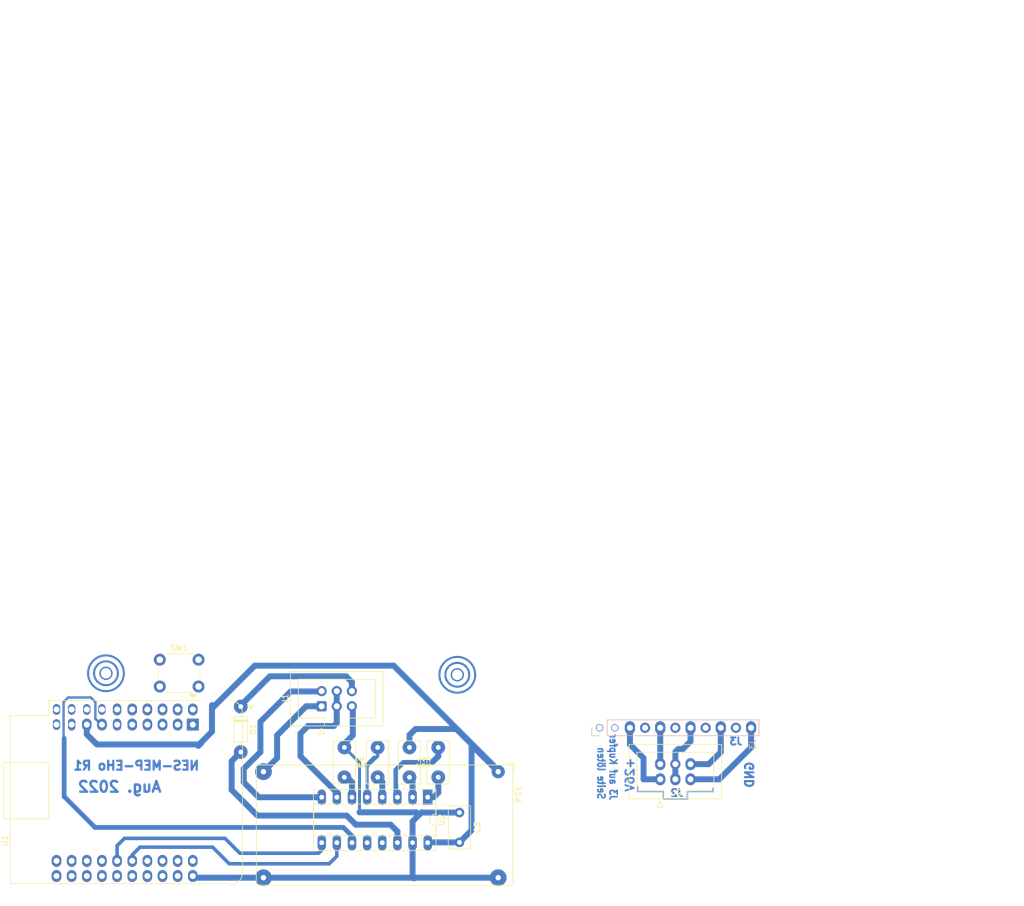
<source format=kicad_pcb>
(kicad_pcb (version 20211014) (generator pcbnew)
  (layers (0 "F.Cu" signal) (31 "B.Cu" signal) (34 "B.Paste" user) (35 "F.Paste" user) (36 "B.SilkS" user "B.Silkscreen") (37 "F.SilkS" user "F.Silkscreen") (38 "B.Mask" user) (39 "F.Mask" user) (44 "Edge.Cuts" user))
  (net 0 "")
  (net 1 "Net-(C1-Pad1)")
  (net 2 "Net-(C1-Pad2)")
  (net 3 "Net-(C2-Pad1)")
  (net 4 "Net-(C2-Pad2)")
  (net 5 "+3V3")
  (net 6 "Net-(C3-Pad2)")
  (net 7 "GND")
  (net 8 "Net-(C4-Pad2)")
  (net 9 "Net-(D1-Pad2)")
  (net 10 "+26V")
  (net 11 "Net-(J1-Pad3)")
  (net 12 "Net-(J2-Pad1)")
  (net 13 "Net-(J2-Pad2)")
  (net 14 "Net-(J2-Pad3)")
  (net 15 "Net-(J2-Pad5)")
  (net 16 "Net-(J2-Pad6)")
  (net 17 "Net-(U1-Pad7)")
  (net 19 "Net-(U1-Pad25)")
  (net 21 "Net-(U1-Pad26)")
  (net 28 "Net-(D1-Pad1)")
  (net 63 "Net-(J1-Pad2)")
  (net 64 "Net-(SW1-Pad1)")
  (footprint "Capacitor_THT:C_Rect_L7.0mm_W3.5mm_P5.00mm" (layer "F.Cu") (at 88.6675 152.4205 -90)
    (fp_text reference "C4" (at 2.5 -3 90) (layer "F.SilkS"))
    (fp_text value "100nF")
    (fp_line (start 6.12 -1.87) (end 6.12 1.87) (layer "F.SilkS") (width 0.12))
    (fp_line (start -1.12 -1.87) (end -1.12 1.87) (layer "F.SilkS") (width 0.12))
    (fp_line (start -1.12 1.87) (end 6.12 1.87) (layer "F.SilkS") (width 0.12))
    (fp_line (start -1.12 -1.87) (end 6.12 -1.87) (layer "F.SilkS") (width 0.12))
    (pad "1" thru_hole circle (at 0 0 270) (size 2.3 2.3) (drill 0.8) (layers *.Cu *.Mask) (net 7 "GND"))
    (pad "2" thru_hole circle (at 5 0 270) (size 2.3 2.3) (drill 0.8) (layers *.Cu *.Mask) (net 8 "Net-(C4-Pad2)"))
  )
  (footprint "Diode_THT:D_DO-35_SOD27_P7.62mm_Horizontal" (layer "F.Cu") (at 71.288 145.5675 -90)
    (fp_text reference "D1" (at 3.81 -2.12 -270) (layer "F.SilkS"))
    (fp_text value "1N4148")
    (fp_text user "K" (at 0 -1.8 -270) (layer "F.SilkS"))
    (fp_line (start 5.93 1.12) (end 5.93 -1.12) (layer "F.SilkS") (width 0.12))
    (fp_line (start 1.04 0) (end 1.69 0) (layer "F.SilkS") (width 0.12))
    (fp_line (start 2.41 -1.12) (end 2.41 1.12) (layer "F.SilkS") (width 0.12))
    (fp_line (start 2.29 -1.12) (end 2.29 1.12) (layer "F.SilkS") (width 0.12))
    (fp_line (start 6.58 0) (end 5.93 0) (layer "F.SilkS") (width 0.12))
    (fp_line (start 2.53 -1.12) (end 2.53 1.12) (layer "F.SilkS") (width 0.12))
    (fp_line (start 1.69 -1.12) (end 1.69 1.12) (layer "F.SilkS") (width 0.12))
    (fp_line (start 1.69 1.12) (end 5.93 1.12) (layer "F.SilkS") (width 0.12))
    (fp_line (start 5.93 -1.12) (end 1.69 -1.12) (layer "F.SilkS") (width 0.12))
    (pad "1" thru_hole circle (at 0 0 270) (size 2.3 2.3) (drill 0.8) (layers *.Cu *.Mask) (net 28 "Net-(D1-Pad1)"))
    (pad "2" thru_hole circle (at 7.62 0 270) (size 2.3 2.3) (drill 0.8) (layers *.Cu *.Mask) (net 9 "Net-(D1-Pad2)"))
  )
  (footprint "ESP32_MC_Module:ESP32_D1_mini" (layer "F.Cu") (at 63.246 146.05 -90)
    (fp_text reference "U1" (at 22 31.49 90) (layer "F.SilkS"))
    (fp_text value "ESP32_D1_Mini Module")
    (fp_line (start 18.33 24.13) (end 18.33 31.75) (layer "F.SilkS") (width 0.12))
    (fp_line (start 8.89 24.13) (end 8.89 31.75) (layer "F.SilkS") (width 0.12))
    (fp_line (start -1.5 24.13) (end 1.04 24.13) (layer "F.SilkS") (width 0.12))
    (fp_line (start 1.04 24.13) (end 1.04 31.03) (layer "F.SilkS") (width 0.12))
    (fp_line (start 8.89 24.13) (end 18.33 24.13) (layer "F.SilkS") (width 0.12))
    (fp_line (start 1.04 30.61) (end 29.21 30.61) (layer "F.SilkS") (width 0.12))
    (fp_line (start -1.5 24.13) (end -1.5 -1.3) (layer "F.SilkS") (width 0.12))
    (fp_line (start 8.89 31.75) (end 18.33 31.75) (layer "F.SilkS") (width 0.12))
    (fp_line (start 27.31 -8.34) (end 0.63 -8.34) (layer "F.SilkS") (width 0.12))
    (fp_line (start 29.21 30.61) (end 29.21 -6.21) (layer "F.SilkS") (width 0.12))
    (fp_arc (start -1.5 -6.21) (mid -0.876137 -7.716137) (end 0.63 -8.34) (layer "F.SilkS") (width 0.12))
    (fp_arc (start 27.31 -8.34) (mid 28.816137 -7.716137) (end 29.44 -6.21) (layer "F.SilkS") (width 0.12))
    (fp_poly (pts (xy -2.54 -0.635) (xy -2.54 0.635) (xy -1.905 0)) (layer "F.SilkS") (width 0.15) (fill solid))
    (pad "1" thru_hole rect (at 2.54 0 270) (size 2 2) (drill 1) (layers *.Cu *.Mask))
    (pad "2" thru_hole oval (at 2.54 2.54 270) (size 2 1.6) (drill 1) (layers *.Cu *.Mask))
    (pad "3" thru_hole oval (at 2.54 5.08 270) (size 2 1.6) (drill 1) (layers *.Cu *.Mask) (net 64 "Net-(SW1-Pad1)"))
    (pad "4" thru_hole oval (at 2.54 7.62 270) (size 2 1.6) (drill 1) (layers *.Cu *.Mask))
    (pad "5" thru_hole oval (at 2.54 10.16 270) (size 2 1.6) (drill 1) (layers *.Cu *.Mask))
    (pad "6" thru_hole oval (at 2.54 12.7 270) (size 2 1.4) (drill 1) (layers *.Cu *.Mask))
    (pad "7" thru_hole oval (at 2.54 15.24 270) (size 2 1.6) (drill 1) (layers *.Cu *.Mask) (net 17 "Net-(U1-Pad7)"))
    (pad "8" thru_hole oval (at 2.54 17.78 270) (size 2 1.6) (drill 1) (layers *.Cu *.Mask) (net 5 "+3V3"))
    (pad "9" thru_hole oval (at 2.54 20.32 270) (size 2 1.2) (drill 1) (layers *.Cu *.Mask))
    (pad "10" thru_hole oval (at 2.54 22.86 270) (size 1.8 1.2) (drill 1) (layers *.Cu *.Mask))
    (pad "11" thru_hole oval (at 0 0 270) (size 2 1.6) (drill 1) (layers *.Cu *.Mask))
    (pad "12" thru_hole oval (at 0 2.54 270) (size 2 1.6) (drill 1) (layers *.Cu *.Mask))
    (pad "13" thru_hole oval (at 0 5.08 270) (size 2 1.6) (drill 1) (layers *.Cu *.Mask))
    (pad "14" thru_hole oval (at 0 7.62 270) (size 2 1.6) (drill 1) (layers *.Cu *.Mask))
    (pad "15" thru_hole oval (at 0 10.16 270) (size 2 1.6) (drill 1) (layers *.Cu *.Mask))
    (pad "16" thru_hole oval (at 0 12.7 270) (size 2 1.4) (drill 1) (layers *.Cu *.Mask))
    (pad "17" thru_hole oval (at 0 15.24 270) (size 1.8 1.2) (drill 1) (layers *.Cu *.Mask))
    (pad "18" thru_hole oval (at 0 17.78 270) (size 1.8 1.2) (drill 1) (layers *.Cu *.Mask))
    (pad "19" thru_hole oval (at 0 20.32 270) (size 1.8 1.2) (drill 1) (layers *.Cu *.Mask))
    (pad "20" thru_hole oval (at 0 22.86 270) (size 1.8 1.2) (drill 1) (layers *.Cu *.Mask))
    (pad "21" thru_hole oval (at 25.4 0 270) (size 2 1.6) (drill 1) (layers *.Cu *.Mask))
    (pad "22" thru_hole oval (at 25.4 2.54 270) (size 2 1.6) (drill 1) (layers *.Cu *.Mask))
    (pad "23" thru_hole oval (at 25.4 5.08 270) (size 2 1.6) (drill 1) (layers *.Cu *.Mask))
    (pad "24" thru_hole oval (at 25.4 7.62 270) (size 2 1.6) (drill 1) (layers *.Cu *.Mask))
    (pad "25" thru_hole oval (at 25.4 10.16 270) (size 2 1.6) (drill 1) (layers *.Cu *.Mask) (net 19 "Net-(U1-Pad25)"))
    (pad "26" thru_hole oval (at 25.4 12.7 270) (size 2 1.6) (drill 1) (layers *.Cu *.Mask) (net 21 "Net-(U1-Pad26)"))
    (pad "27" thru_hole oval (at 25.4 15.24 270) (size 2 1.6) (drill 1) (layers *.Cu *.Mask))
    (pad "28" thru_hole oval (at 25.4 17.78 270) (size 2 1.6) (drill 1) (layers *.Cu *.Mask))
    (pad "29" thru_hole oval (at 25.4 20.32 270) (size 2 1.6) (drill 1) (layers *.Cu *.Mask))
    (pad "30" thru_hole oval (at 25.4 22.86 270) (size 2 1.6) (drill 1) (layers *.Cu *.Mask))
    (pad "31" thru_hole oval (at 27.94 0 270) (size 2 1.6) (drill 1) (layers *.Cu *.Mask) (net 7 "GND"))
    (pad "32" thru_hole oval (at 27.94 2.54 270) (size 2 1.6) (drill 1) (layers *.Cu *.Mask))
    (pad "33" thru_hole oval (at 27.94 5.08 270) (size 2 1.6) (drill 1) (layers *.Cu *.Mask))
    (pad "34" thru_hole oval (at 27.94 7.62 270) (size 2 1.6) (drill 1) (layers *.Cu *.Mask))
    (pad "35" thru_hole oval (at 27.94 10.16 270) (size 2 1.6) (drill 1) (layers *.Cu *.Mask))
    (pad "36" thru_hole oval (at 27.94 12.7 270) (size 2 1.6) (drill 1) (layers *.Cu *.Mask))
    (pad "37" thru_hole oval (at 27.94 15.24 270) (size 2 1.6) (drill 1) (layers *.Cu *.Mask))
    (pad "38" thru_hole oval (at 27.94 17.78 270) (size 2 1.6) (drill 1) (layers *.Cu *.Mask))
    (pad "39" thru_hole oval (at 27.94 20.32 270) (size 2 1.6) (drill 1) (layers *.Cu *.Mask))
    (pad "40" thru_hole oval (at 27.94 22.86 270) (size 2 1.6) (drill 1) (layers *.Cu *.Mask))
  )
  (footprint "Capacitor_THT:C_Rect_L7.0mm_W3.5mm_P5.00mm" (layer "F.Cu") (at 94.2555 157.4205 90)
    (fp_text reference "C2" (at 2.5 -3 90) (layer "F.SilkS"))
    (fp_text value "100nF")
    (fp_line (start -1.12 1.87) (end 6.12 1.87) (layer "F.SilkS") (width 0.12))
    (fp_line (start 6.12 -1.87) (end 6.12 1.87) (layer "F.SilkS") (width 0.12))
    (fp_line (start -1.12 -1.87) (end 6.12 -1.87) (layer "F.SilkS") (width 0.12))
    (fp_line (start -1.12 -1.87) (end -1.12 1.87) (layer "F.SilkS") (width 0.12))
    (pad "1" thru_hole circle (at 0 0 90) (size 2.3 2.3) (drill 0.8) (layers *.Cu *.Mask) (net 3 "Net-(C2-Pad1)"))
    (pad "2" thru_hole circle (at 5 0 90) (size 2.3 2.3) (drill 0.8) (layers *.Cu *.Mask) (net 4 "Net-(C2-Pad2)"))
  )
  (footprint "Connector_IDC:IDC-Header_2x03_P2.54mm_Vertical" (layer "F.Cu") (at 141.646 157.7595 90)
    (fp_text reference "J2" (at -2.286 2.794 180) (layer "F.SilkS"))
    (fp_text value "Conn_02x03")
    (fp_line (start -3.29 10.29) (end -3.29 -5.21) (layer "F.SilkS") (width 0.12))
    (fp_line (start -4.68 0.5) (end -3.68 0) (layer "F.SilkS") (width 0.12))
    (fp_line (start -1.98 4.59) (end -3.29 4.59) (layer "F.SilkS") (width 0.12))
    (fp_line (start 5.83 -5.21) (end 5.83 10.29) (layer "F.SilkS") (width 0.12))
    (fp_line (start -4.68 -0.5) (end -4.68 0.5) (layer "F.SilkS") (width 0.12))
    (fp_line (start 5.83 10.29) (end -3.29 10.29) (layer "F.SilkS") (width 0.12))
    (fp_line (start -3.29 -5.21) (end 5.83 -5.21) (layer "F.SilkS") (width 0.12))
    (fp_line (start -1.98 4.59) (end -1.98 4.59) (layer "F.SilkS") (width 0.12))
    (fp_line (start -3.29 0.49) (end -1.98 0.49) (layer "F.SilkS") (width 0.12))
    (fp_line (start 4.52 -3.91) (end 4.52 8.99) (layer "F.SilkS") (width 0.12))
    (fp_line (start -1.98 8.99) (end -1.98 4.59) (layer "F.SilkS") (width 0.12))
    (fp_line (start 4.52 8.99) (end -1.98 8.99) (layer "F.SilkS") (width 0.12))
    (fp_line (start -1.98 -3.91) (end 4.52 -3.91) (layer "F.SilkS") (width 0.12))
    (fp_line (start -1.98 0.49) (end -1.98 -3.91) (layer "F.SilkS") (width 0.12))
    (fp_line (start -3.68 0) (end -4.68 -0.5) (layer "F.SilkS") (width 0.12))
    (pad "1" thru_hole oval (at 0 0 90) (size 2 1.7) (drill 1) (layers *.Cu *.Mask) (net 12 "Net-(J2-Pad1)"))
    (pad "2" thru_hole oval (at 2.54 0 90) (size 2 1.7) (drill 1) (layers *.Cu *.Mask) (net 13 "Net-(J2-Pad2)"))
    (pad "3" thru_hole oval (at 0 2.54 90) (size 2 1.7) (drill 1) (layers *.Cu *.Mask) (net 14 "Net-(J2-Pad3)"))
    (pad "4" thru_hole circle (at 2.54 2.54 90) (size 1.7 1.7) (drill 1) (layers *.Cu *.Mask) (net 14 "Net-(J2-Pad3)"))
    (pad "5" thru_hole oval (at 0 5.08 90) (size 2 1.7) (drill 1) (layers *.Cu *.Mask) (net 15 "Net-(J2-Pad5)"))
    (pad "6" thru_hole oval (at 2.54 5.08 90) (size 2 1.7) (drill 1) (layers *.Cu *.Mask) (net 16 "Net-(J2-Pad6)"))
  )
  (footprint "Connector_IDC:IDC-Header_2x03_P2.54mm_Vertical" (layer "F.Cu") (at 84.8525 145.513 90)
    (fp_text reference "J1" (at 1.27 -6.1 90) (layer "F.SilkS"))
    (fp_text value "Conn_02x03")
    (fp_line (start 4.52 -3.91) (end 4.52 8.99) (layer "F.SilkS") (width 0.12))
    (fp_line (start -3.29 0.49) (end -1.98 0.49) (layer "F.SilkS") (width 0.12))
    (fp_line (start -3.29 10.29) (end -3.29 -5.21) (layer "F.SilkS") (width 0.12))
    (fp_line (start 5.83 -5.21) (end 5.83 10.29) (layer "F.SilkS") (width 0.12))
    (fp_line (start -1.98 4.59) (end -3.29 4.59) (layer "F.SilkS") (width 0.12))
    (fp_line (start -1.98 0.49) (end -1.98 -3.91) (layer "F.SilkS") (width 0.12))
    (fp_line (start -4.68 0.5) (end -3.68 0) (layer "F.SilkS") (width 0.12))
    (fp_line (start 5.83 10.29) (end -3.29 10.29) (layer "F.SilkS") (width 0.12))
    (fp_line (start -4.68 -0.5) (end -4.68 0.5) (layer "F.SilkS") (width 0.12))
    (fp_line (start -3.29 -5.21) (end 5.83 -5.21) (layer "F.SilkS") (width 0.12))
    (fp_line (start -1.98 -3.91) (end 4.52 -3.91) (layer "F.SilkS") (width 0.12))
    (fp_line (start -3.68 0) (end -4.68 -0.5) (layer "F.SilkS") (width 0.12))
    (fp_line (start -1.98 8.99) (end -1.98 4.59) (layer "F.SilkS") (width 0.12))
    (fp_line (start 4.52 8.99) (end -1.98 8.99) (layer "F.SilkS") (width 0.12))
    (fp_line (start -1.98 4.59) (end -1.98 4.59) (layer "F.SilkS") (width 0.12))
    (pad "1" thru_hole roundrect (at 0 0 90) (size 1.7 1.7) (drill 1) (layers *.Cu *.Mask) (roundrect_rratio 0.147059) (net 10 "+26V"))
    (pad "2" thru_hole circle (at 2.54 0 90) (size 1.7 1.7) (drill 1) (layers *.Cu *.Mask) (net 63 "Net-(J1-Pad2)"))
    (pad "3" thru_hole circle (at 0 2.54 90) (size 1.7 1.7) (drill 1) (layers *.Cu *.Mask) (net 11 "Net-(J1-Pad3)"))
    (pad "4" thru_hole circle (at 2.54 2.54 90) (size 1.7 1.7) (drill 1) (layers *.Cu *.Mask) (net 11 "Net-(J1-Pad3)"))
    (pad "5" thru_hole circle (at 0 5.08 90) (size 1.7 1.7) (drill 1) (layers *.Cu *.Mask) (net 7 "GND"))
    (pad "6" thru_hole circle (at 2.54 5.08 90) (size 1.7 1.7) (drill 1) (layers *.Cu *.Mask) (net 28 "Net-(D1-Pad1)"))
  )
  (footprint "Capacitor_THT:C_Rect_L7.0mm_W3.5mm_P5.00mm" (layer "F.Cu") (at 104.4155 157.4205 90)
    (fp_text reference "C1" (at 2.5 -3 90) (layer "F.SilkS"))
    (fp_text value "100nF")
    (fp_line (start -1.12 -1.87) (end -1.12 1.87) (layer "F.SilkS") (width 0.12))
    (fp_line (start -1.12 -1.87) (end 6.12 -1.87) (layer "F.SilkS") (width 0.12))
    (fp_line (start 6.12 -1.87) (end 6.12 1.87) (layer "F.SilkS") (width 0.12))
    (fp_line (start -1.12 1.87) (end 6.12 1.87) (layer "F.SilkS") (width 0.12))
    (pad "1" thru_hole circle (at 0 0 90) (size 2.3 2.3) (drill 0.8) (layers *.Cu *.Mask) (net 1 "Net-(C1-Pad1)"))
    (pad "2" thru_hole circle (at 5 0 90) (size 2.3 2.3) (drill 0.8) (layers *.Cu *.Mask) (net 2 "Net-(C1-Pad2)"))
  )
  (footprint "Package_DIP:DIP-16_W7.62mm_Socket" (layer "F.Cu") (at 102.6475 160.7725 -90)
    (fp_text reference "U2" (at 3.81 -2.33 90) (layer "F.SilkS"))
    (fp_text value "MAX3232")
    (fp_line (start 1.16 19.11) (end 6.46 19.11) (layer "F.SilkS") (width 0.12))
    (fp_line (start -1.33 19.17) (end 8.95 19.17) (layer "F.SilkS") (width 0.12))
    (fp_line (start 6.46 -1.33) (end 4.81 -1.33) (layer "F.SilkS") (width 0.12))
    (fp_line (start 2.81 -1.33) (end 1.16 -1.33) (layer "F.SilkS") (width 0.12))
    (fp_line (start 8.95 -1.39) (end -1.33 -1.39) (layer "F.SilkS") (width 0.12))
    (fp_line (start 1.16 -1.33) (end 1.16 19.11) (layer "F.SilkS") (width 0.12))
    (fp_line (start 6.46 19.11) (end 6.46 -1.33) (layer "F.SilkS") (width 0.12))
    (fp_line (start 8.95 19.17) (end 8.95 -1.39) (layer "F.SilkS") (width 0.12))
    (fp_line (start -1.33 -1.39) (end -1.33 19.17) (layer "F.SilkS") (width 0.12))
    (fp_arc (start 4.81 -1.33) (mid 3.81 -0.33) (end 2.81 -1.33) (layer "F.SilkS") (width 0.12))
    (pad "1" thru_hole rect (at 0 0 270) (size 2.6 1.6) (drill 0.8) (layers *.Cu *.Mask) (net 1 "Net-(C1-Pad1)"))
    (pad "2" thru_hole oval (at 0 2.54 270) (size 2.6 1.4) (drill 0.8) (layers *.Cu *.Mask) (net 6 "Net-(C3-Pad2)"))
    (pad "3" thru_hole oval (at 0 5.08 270) (size 2.6 1.4) (drill 0.8) (layers *.Cu *.Mask) (net 2 "Net-(C1-Pad2)"))
    (pad "4" thru_hole oval (at 0 7.62 270) (size 2.6 1.4) (drill 0.8) (layers *.Cu *.Mask) (net 3 "Net-(C2-Pad1)"))
    (pad "5" thru_hole oval (at 0 10.16 270) (size 2.6 1.4) (drill 0.8) (layers *.Cu *.Mask) (net 4 "Net-(C2-Pad2)"))
    (pad "6" thru_hole oval (at 0 12.7 270) (size 2.6 1.4) (drill 0.8) (layers *.Cu *.Mask) (net 8 "Net-(C4-Pad2)"))
    (pad "7" thru_hole oval (at 0 15.24 270) (size 2.6 1.4) (drill 0.8) (layers *.Cu *.Mask) (net 11 "Net-(J1-Pad3)"))
    (pad "8" thru_hole oval (at 0 17.78 270) (size 2.6 1.4) (drill 0.8) (layers *.Cu *.Mask) (net 63 "Net-(J1-Pad2)"))
    (pad "9" thru_hole oval (at 7.62 17.78 270) (size 2.6 1.4) (drill 0.8) (layers *.Cu *.Mask) (net 21 "Net-(U1-Pad26)"))
    (pad "10" thru_hole oval (at 7.62 15.24 270) (size 2.6 1.4) (drill 0.8) (layers *.Cu *.Mask) (net 19 "Net-(U1-Pad25)"))
    (pad "11" thru_hole oval (at 7.62 12.7 270) (size 2.6 1.4) (drill 0.8) (layers *.Cu *.Mask) (net 17 "Net-(U1-Pad7)"))
    (pad "12" thru_hole oval (at 7.62 10.16 270) (size 2.6 1.4) (drill 0.8) (layers *.Cu *.Mask))
    (pad "13" thru_hole oval (at 7.62 7.62 270) (size 2.6 1.4) (drill 0.8) (layers *.Cu *.Mask))
    (pad "14" thru_hole oval (at 7.62 5.08 270) (size 2.6 1.4) (drill 0.8) (layers *.Cu *.Mask) (net 9 "Net-(D1-Pad2)"))
    (pad "15" thru_hole oval (at 7.62 2.54 270) (size 2.6 1.4) (drill 0.8) (layers *.Cu *.Mask) (net 7 "GND"))
    (pad "16" thru_hole oval (at 7.62 0 270) (size 2.6 1.4) (drill 0.8) (layers *.Cu *.Mask) (net 5 "+3V3"))
  )
  (footprint "Capacitor_THT:C_Rect_L7.0mm_W3.5mm_P5.00mm" (layer "F.Cu") (at 99.5895 152.4205 -90)
    (fp_text reference "C3" (at 2.5 -3 90) (layer "F.SilkS"))
    (fp_text value "100nF")
    (fp_line (start -1.12 -1.87) (end -1.12 1.87) (layer "F.SilkS") (width 0.12))
    (fp_line (start -1.12 1.87) (end 6.12 1.87) (layer "F.SilkS") (width 0.12))
    (fp_line (start 6.12 -1.87) (end 6.12 1.87) (layer "F.SilkS") (width 0.12))
    (fp_line (start -1.12 -1.87) (end 6.12 -1.87) (layer "F.SilkS") (width 0.12))
    (pad "1" thru_hole circle (at 0 0 270) (size 2.3 2.3) (drill 0.8) (layers *.Cu *.Mask) (net 5 "+3V3"))
    (pad "2" thru_hole circle (at 5 0 270) (size 2.3 2.3) (drill 0.8) (layers *.Cu *.Mask) (net 6 "Net-(C3-Pad2)"))
  )
  (footprint "Button_Switch_THT:SW_PUSH_6mm" (layer "F.Cu") (at 57.71 137.704)
    (fp_text reference "SW1" (at 3.25 -2) (layer "F.SilkS"))
    (fp_text value "AP-Button")
    (fp_line (start 5.5 -1) (end 1 -1) (layer "F.SilkS") (width 0.12))
    (fp_line (start 6.75 3) (end 6.75 1.5) (layer "F.SilkS") (width 0.12))
    (fp_line (start -0.25 1.5) (end -0.25 3) (layer "F.SilkS") (width 0.12))
    (fp_line (start 1 5.5) (end 5.5 5.5) (layer "F.SilkS") (width 0.12))
    (pad "1" thru_hole circle (at 0 0 90) (size 2 2) (drill 1.1) (layers *.Cu *.Mask) (net 64 "Net-(SW1-Pad1)"))
    (pad "1" thru_hole circle (at 6.5 0 90) (size 2 2) (drill 1.1) (layers *.Cu *.Mask) (net 64 "Net-(SW1-Pad1)"))
    (pad "2" thru_hole circle (at 0 4.5 90) (size 2 2) (drill 1.1) (layers *.Cu *.Mask) (net 7 "GND"))
    (pad "2" thru_hole circle (at 6.5 4.5 90) (size 2 2) (drill 1.1) (layers *.Cu *.Mask) (net 7 "GND"))
  )
  (footprint "ESP32_MC_Module:DCDC-StepDown-LM2596-THT" (layer "F.Cu") (at 114.468 156.4895 -90)
    (fp_text reference "PS1" (at 3.81 -3.49 90) (layer "F.SilkS"))
    (fp_text value "StepDownModule-LM2596")
    (fp_line (start -1.13 -2.4) (end -1.13 40.64) (layer "F.SilkS") (width 0.12))
    (fp_line (start 19.05 -2.47) (end 19.05 40.57) (layer "F.SilkS") (width 0.12))
    (fp_line (start -1.43 -2.7) (end -1.43 -1.45) (layer "F.SilkS") (width 0.12))
    (fp_line (start -1.2 40.57) (end 19.05 40.57) (layer "F.SilkS") (width 0.12))
    (fp_line (start -0.18 -2.7) (end -1.43 -2.7) (layer "F.SilkS") (width 0.12))
    (fp_line (start -1.2 -2.47) (end 19.05 -2.47) (layer "F.SilkS") (width 0.12))
    (pad "1" thru_hole circle (at 0 0 270) (size 2.2 2.2) (drill 0.9) (layers *.Cu *.Mask) (net 5 "+3V3"))
    (pad "2" thru_hole circle (at 17.78 0 270) (size 2.8 2.8) (drill 0.9) (layers *.Cu *.Mask) (net 7 "GND"))
    (pad "3" thru_hole circle (at 0 39.37 270) (size 2.8 2.8) (drill 0.9) (layers *.Cu *.Mask) (net 10 "+26V"))
    (pad "4" thru_hole circle (at 17.78 39.37 270) (size 2.8 2.8) (drill 0.9) (layers *.Cu *.Mask) (net 7 "GND"))
  )
  (footprint "Capacitor_THT:C_Rect_L7.0mm_W3.5mm_P5.00mm" (layer "F.Cu") (at 107.9715 163.3425 -90)
    (fp_text reference "C5" (at 2.5 -3 90) (layer "F.SilkS"))
    (fp_text value "100nF")
    (fp_line (start -1.12 -1.87) (end -1.12 1.87) (layer "F.SilkS") (width 0.12))
    (fp_line (start 6.12 -1.87) (end 6.12 1.87) (layer "F.SilkS") (width 0.12))
    (fp_line (start -1.12 1.87) (end 6.12 1.87) (layer "F.SilkS") (width 0.12))
    (fp_line (start -1.12 -1.87) (end 6.12 -1.87) (layer "F.SilkS") (width 0.12))
    (pad "1" thru_hole circle (at 0 0 270) (size 1.6 1.6) (drill 0.8) (layers *.Cu *.Mask) (net 7 "GND"))
    (pad "2" thru_hole circle (at 5 0 270) (size 1.6 1.6) (drill 0.8) (layers *.Cu *.Mask) (net 5 "+3V3"))
  )
  (footprint "Connector_PinSocket_2.54mm:PinSocket_1x11_P2.54mm_Vertical" (layer "B.Cu") (at 131.486 149.1235 -90)
    (fp_text reference "J3" (at 2.794 -25.654 90) (layer "B.SilkS") (effects (justify mirror)))
    (fp_text value "Conn_01x11_Male")
    (fp_line (start 1.33 -1.27) (end 1.33 -26.73) (layer "B.SilkS") (width 0.12))
    (fp_line (start 0 1.33) (end 1.33 1.33) (layer "B.SilkS") (width 0.12))
    (fp_line (start 1.33 1.33) (end 1.33 0) (layer "B.SilkS") (width 0.12))
    (fp_line (start -1.33 -26.73) (end 1.33 -26.73) (layer "B.SilkS") (width 0.12))
    (fp_line (start -1.33 -1.27) (end 1.33 -1.27) (layer "B.SilkS") (width 0.12))
    (fp_line (start -1.33 -1.27) (end -1.33 -26.73) (layer "B.SilkS") (width 0.12))
    (pad "1" thru_hole oval (at 0 0 270) (size 1.2 1.2) (drill oval 1) (layers *.Cu *.Mask))
    (pad "2" thru_hole oval (at 0 -2.54 270) (size 1.2 1.2) (drill 1) (layers *.Cu *.Mask))
    (pad "3" thru_hole oval (at 0 -5.08 270) (size 2.2 1.7) (drill oval 1) (layers *.Cu *.Mask) (net 12 "Net-(J2-Pad1)"))
    (pad "4" thru_hole oval (at 0 -7.62 270) (size 1.7 1.7) (drill 1) (layers *.Cu *.Mask))
    (pad "5" thru_hole oval (at 0 -10.16 270) (size 2.2 1.7) (drill oval 1) (layers *.Cu *.Mask) (net 13 "Net-(J2-Pad2)"))
    (pad "6" thru_hole oval (at 0 -12.7 270) (size 1.7 1.7) (drill 1) (layers *.Cu *.Mask))
    (pad "7" thru_hole oval (at 0 -15.24 270) (size 2.2 1.7) (drill oval 1) (layers *.Cu *.Mask) (net 14 "Net-(J2-Pad3)"))
    (pad "8" thru_hole oval (at 0 -17.78 270) (size 1.7 1.7) (drill 1) (layers *.Cu *.Mask))
    (pad "9" thru_hole oval (at 0 -20.32 270) (size 2.2 1.7) (drill oval 1) (layers *.Cu *.Mask) (net 16 "Net-(J2-Pad6)"))
    (pad "10" thru_hole oval (at 0 -22.86 270) (size 1.7 1.7) (drill 1) (layers *.Cu *.Mask))
    (pad "11" thru_hole oval (at 0 -25.4 270) (size 2.2 1.7) (drill oval 1) (layers *.Cu *.Mask) (net 15 "Net-(J2-Pad5)"))
  )
  (gr_circle (center 107.61 140.2335) (end 110.61 140.2335) (layer "B.Cu") (width 0.35) (fill none))
  (gr_circle (center 48.682 139.9795) (end 49.682 139.9795) (layer "B.Cu") (width 0.25) (fill none))
  (gr_circle (center 48.682 139.9795) (end 51.682 139.9795) (layer "B.Cu") (width 0.35) (fill none))
  (gr_circle (center 48.682 139.9795) (end 50.682 139.9795) (layer "B.Cu") (width 0.35) (fill none))
  (gr_circle (center 107.61 140.2335) (end 108.61 140.2335) (layer "B.Cu") (width 0.25) (fill none))
  (gr_circle (center 107.61 140.2335) (end 109.61 140.2335) (layer "B.Cu") (width 0.35) (fill none))
  (gr_text "NES-MEP-EHo R1" (at 53.762 155.4735) (layer "B.Cu") (effects (font (size 1.5 1.5) (thickness 0.375)) (justify mirror)))
  (gr_text "J3" (at 154.346 151.4095) (layer "B.Cu") (effects (font (size 1.2 1.2) (thickness 0.3)) (justify mirror)))
  (gr_text "+26V" (at 136.566 156.9975 90) (layer "B.Cu") (effects (font (size 1.4 1.4) (thickness 0.3)) (justify mirror)))
  (gr_text "Aug. 2022" (at 50.968 159.0295) (layer "B.Cu") (effects (font (size 1.8 1.8) (thickness 0.4)) (justify mirror)))
  (gr_text "GND\n" (at 156.632 156.9975 90) (layer "B.Cu") (effects (font (size 1.4 1.4) (thickness 0.35)) (justify mirror)))
  (gr_text "J2" (at 144.44 160.0455) (layer "B.Cu") (effects (font (size 1.2 1.2) (thickness 0.3)) (justify mirror)))
  (gr_text "Seite löten" (at 131.74 156.7435 270) (layer "B.Cu") (effects (font (size 1.2 1.05) (thickness 0.2625)) (justify mirror)))
  (gr_text "J3 auf Kupfer" (at 133.772 155.7275 270) (layer "B.Cu") (effects (font (size 1.2 1.05) (thickness 0.2625)) (justify mirror)))
  (segment (start 150.536 159.2835) (end 150.536 159.7915) (width 0.25) (layer "B.Cu") (net 0))
  (segment (start 150.536 159.7915) (end 146.218 159.7915) (width 0.25) (layer "B.Cu") (net 0))
  (segment (start 146.218 159.7915) (end 146.218 161.0615) (width 0.25) (layer "B.Cu") (net 0))
  (segment (start 146.218 161.0615) (end 142.154 161.0615) (width 0.25) (layer "B.Cu") (net 0))
  (segment (start 137.836 159.7915) (end 137.836 159.0295) (width 0.25) (layer "B.Cu") (net 0))
  (segment (start 142.154 159.7915) (end 137.836 159.7915) (width 0.25) (layer "B.Cu") (net 0))
  (segment (start 142.154 161.0615) (end 142.154 159.7915) (width 0.25) (layer "B.Cu") (net 0))
  (segment (start 102.6475 160.7725) (end 103.6435 160.7725) (width 1) (layer "B.Cu") (net 1))
  (segment (start 104.4155 160.0005) (end 104.4155 157.4205) (width 1) (layer "B.Cu") (net 1))
  (segment (start 103.6435 160.7725) (end 104.4155 160.0005) (width 1) (layer "B.Cu") (net 1))
  (segment (start 97.5575 160.7625) (end 97.5675 160.7725) (width 0.5) (layer "B.Cu") (net 2))
  (segment (start 97.3035 160.5085) (end 97.5575 160.7625) (width 0.8) (layer "B.Cu") (net 2))
  (segment (start 103.3995 154.9205) (end 98.5735 154.9205) (width 0.8) (layer "B.Cu") (net 2))
  (segment (start 97.3035 156.1905) (end 97.3035 160.5085) (width 0.8) (layer "B.Cu") (net 2))
  (segment (start 104.4155 152.4205) (end 104.4155 153.9045) (width 1) (layer "B.Cu") (net 2))
  (segment (start 104.4155 153.9045) (end 103.3995 154.9205) (width 1) (layer "B.Cu") (net 2))
  (segment (start 98.5735 154.9205) (end 97.3035 156.1905) (width 0.8) (layer "B.Cu") (net 2))
  (segment (start 95.0275 158.1925) (end 94.2555 157.4205) (width 1) (layer "B.Cu") (net 3))
  (segment (start 94.2555 157.4205) (end 94.4695 157.4205) (width 1) (layer "B.Cu") (net 3))
  (segment (start 95.0275 160.7725) (end 95.0275 158.1925) (width 1) (layer "B.Cu") (net 3))
  (segment (start 94.2555 153.9045) (end 94.2555 152.4205) (width 0.5) (layer "B.Cu") (net 4))
  (segment (start 94.0015 154.1585) (end 94.2555 153.9045) (width 0.5) (layer "B.Cu") (net 4))
  (segment (start 92.4875 155.4185) (end 93.7475 154.1585) (width 0.8) (layer "B.Cu") (net 4))
  (segment (start 93.7475 154.1585) (end 94.0015 154.1585) (width 0.5) (layer "B.Cu") (net 4))
  (segment (start 92.4875 160.7725) (end 92.4875 155.4185) (width 0.5) (layer "B.Cu") (net 4))
  (segment (start 110.0035 151.8725) (end 107.4635 149.3325) (width 1) (layer "B.Cu") (net 5))
  (segment (start 102.6975 168.3425) (end 102.6475 168.3925) (width 1) (layer "B.Cu") (net 5))
  (segment (start 64.176 152.1715) (end 64.176 152.0465) (width 1) (layer "B.Cu") (net 5))
  (segment (start 107.4635 149.3325) (end 100.6055 149.3325) (width 1) (layer "B.Cu") (net 5))
  (segment (start 107.9715 168.3425) (end 110.0035 166.3105) (width 1) (layer "B.Cu") (net 5))
  (segment (start 64.176 152.0465) (end 66.462 149.7605) (width 1) (layer "B.Cu") (net 5))
  (segment (start 114.468 156.2355) (end 114.468 156.4895) (width 1) (layer "B.Cu") (net 5))
  (segment (start 45.466 148.59) (end 45.466 150.2255) (width 1) (layer "B.Cu") (net 5))
  (segment (start 110.0035 152.572) (end 110.0035 151.8725) (width 1) (layer "B.Cu") (net 5))
  (segment (start 110.0035 166.3105) (end 110.0035 152.572) (width 1) (layer "B.Cu") (net 5))
  (segment (start 102.6375 168.4025) (end 102.6475 168.3925) (width 1) (layer "B.Cu") (net 5))
  (segment (start 64.43 151.9175) (end 64.684 151.6635) (width 1) (layer "B.Cu") (net 5))
  (segment (start 66.716 145.63) (end 73.6365 138.7095) (width 1) (layer "B.Cu") (net 5))
  (segment (start 47.1775 151.9175) (end 64.43 151.9175) (width 1) (layer "B.Cu") (net 5))
  (segment (start 46.904 151.6635) (end 46.9235 151.6635) (width 1) (layer "B.Cu") (net 5))
  (segment (start 45.466 150.2255) (end 46.904 151.6635) (width 1) (layer "B.Cu") (net 5))
  (segment (start 66.462 149.7605) (end 66.462 145.3135) (width 1) (layer "B.Cu") (net 5))
  (segment (start 96.942 138.7095) (end 114.468 156.2355) (width 1) (layer "B.Cu") (net 5))
  (segment (start 73.6365 138.7095) (end 96.942 138.7095) (width 1) (layer "B.Cu") (net 5))
  (segment (start 107.9715 168.3425) (end 102.6975 168.3425) (width 1) (layer "B.Cu") (net 5))
  (segment (start 100.6055 149.3325) (end 99.5895 150.3485) (width 1) (layer "B.Cu") (net 5))
  (segment (start 46.9235 151.6635) (end 47.1775 151.9175) (width 1) (layer "B.Cu") (net 5))
  (segment (start 99.5895 150.3485) (end 99.5895 152.4205) (width 1) (layer "B.Cu") (net 5))
  (segment (start 110.5505 152.572) (end 110.0035 152.572) (width 1) (layer "B.Cu") (net 5))
  (segment (start 114.468 156.4895) (end 110.5505 152.572) (width 1) (layer "B.Cu") (net 5))
  (segment (start 100.1075 160.7725) (end 100.1075 157.9385) (width 1) (layer "B.Cu") (net 6))
  (segment (start 100.1075 157.9385) (end 99.5895 157.4205) (width 1) (layer "B.Cu") (net 6))
  (segment (start 107.9715 163.3425) (end 101.6615 163.3425) (width 1) (layer "B.Cu") (net 7))
  (segment (start 75.098 174.2695) (end 63.5255 174.2695) (width 1) (layer "B.Cu") (net 7))
  (segment (start 88.6675 152.4205) (end 91.2075 154.9605) (width 0.5) (layer "B.Cu") (net 7))
  (segment (start 88.6675 151.81) (end 90.084 150.3935) (width 1) (layer "B.Cu") (net 7))
  (segment (start 101.6215 163.3025) (end 101.16425 163.75975) (width 1) (layer "B.Cu") (net 7))
  (segment (start 101.6615 163.3425) (end 101.6215 163.3025) (width 1) (layer "B.Cu") (net 7))
  (segment (start 91.2075 154.9605) (end 91.2075 163.3025) (width 0.5) (layer "B.Cu") (net 7))
  (segment (start 100.1075 164.8165) (end 100.1075 168.3925) (width 1) (layer "B.Cu") (net 7))
  (segment (start 100.1075 168.3925) (end 100.1075 174.133) (width 1) (layer "B.Cu") (net 7))
  (segment (start 101.16425 163.75975) (end 100.1075 164.8165) (width 1) (layer "B.Cu") (net 7))
  (segment (start 63.5255 174.2695) (end 63.246 173.99) (width 1) (layer "B.Cu") (net 7))
  (segment (start 100.707 163.3025) (end 101.16425 163.75975) (width 1) (layer "B.Cu") (net 7))
  (segment (start 100.1075 174.133) (end 100.244 174.2695) (width 1) (layer "B.Cu") (net 7))
  (segment (start 100.244 174.2695) (end 100.3515 174.377) (width 1) (layer "B.Cu") (net 7))
  (segment (start 99.736 174.2695) (end 114.468 174.2695) (width 1) (layer "B.Cu") (net 7))
  (segment (start 91.2075 163.3025) (end 100.707 163.3025) (width 1) (layer "B.Cu") (net 7))
  (segment (start 88.6675 152.4205) (end 88.6675 151.81) (width 1) (layer "B.Cu") (net 7))
  (segment (start 90.084 145.6645) (end 89.9325 145.513) (width 1) (layer "B.Cu") (net 7))
  (segment (start 90.084 150.3935) (end 90.084 145.6645) (width 1) (layer "B.Cu") (net 7))
  (segment (start 75.098 174.2695) (end 100.244 174.2695) (width 1) (layer "B.Cu") (net 7))
  (segment (start 89.1355 157.4205) (end 89.9475 158.2325) (width 1) (layer "B.Cu") (net 8))
  (segment (start 88.6675 157.4205) (end 89.1355 157.4205) (width 1) (layer "B.Cu") (net 8))
  (segment (start 89.9475 158.2325) (end 89.9475 160.7725) (width 1) (layer "B.Cu") (net 8))
  (segment (start 96.434 165.3795) (end 90.592 165.3795) (width 1) (layer "B.Cu") (net 9))
  (segment (start 69.764 154.7115) (end 71.288 153.1875) (width 1) (layer "B.Cu") (net 9))
  (segment (start 97.5575 168.4025) (end 97.5675 168.3925) (width 1) (layer "B.Cu") (net 9))
  (segment (start 69.764 159.5375) (end 69.764 154.7115) (width 1) (layer "B.Cu") (net 9))
  (segment (start 97.5675 166.513) (end 96.434 165.3795) (width 1) (layer "B.Cu") (net 9))
  (segment (start 89.068 163.8555) (end 74.082 163.8555) (width 1) (layer "B.Cu") (net 9))
  (segment (start 74.082 163.8555) (end 69.764 159.5375) (width 1) (layer "B.Cu") (net 9))
  (segment (start 97.5675 168.3925) (end 97.5675 166.513) (width 1) (layer "B.Cu") (net 9))
  (segment (start 90.592 165.3795) (end 89.068 163.8555) (width 1) (layer "B.Cu") (net 9))
  (segment (start 77.384 150.3935) (end 77.384 154.2035) (width 1) (layer "B.Cu") (net 10))
  (segment (start 84.8525 145.513) (end 82.2645 145.513) (width 1) (layer "B.Cu") (net 10))
  (segment (start 82.2645 145.513) (end 77.384 150.3935) (width 1) (layer "B.Cu") (net 10))
  (segment (start 77.384 154.2035) (end 75.098 156.4895) (width 1) (layer "B.Cu") (net 10))
  (segment (start 87.3925 145.513) (end 87.3925 148.3215) (width 1) (layer "B.Cu") (net 11))
  (segment (start 86.8895 148.8245) (end 82.5715 148.8245) (width 1) (layer "B.Cu") (net 11))
  (segment (start 81.3015 150.0945) (end 81.3015 153.9045) (width 1) (layer "B.Cu") (net 11))
  (segment (start 81.3015 153.9045) (end 87.4075 160.0105) (width 1) (layer "B.Cu") (net 11))
  (segment (start 87.3925 145.513) (end 87.3925 142.973) (width 1) (layer "B.Cu") (net 11))
  (segment (start 87.4075 160.0105) (end 87.4075 160.7725) (width 1) (layer "B.Cu") (net 11))
  (segment (start 87.3925 148.3215) (end 86.8895 148.8245) (width 1) (layer "B.Cu") (net 11))
  (segment (start 82.5715 148.8245) (end 81.3015 150.0945) (width 1) (layer "B.Cu") (net 11))
  (segment (start 141.646 157.7595) (end 138.852 157.7595) (width 1) (layer "B.Cu") (net 12))
  (segment (start 136.566 151.9175) (end 136.566 149.1235) (width 1) (layer "B.Cu") (net 12))
  (segment (start 138.852 154.2035) (end 136.566 151.9175) (width 1) (layer "B.Cu") (net 12))
  (segment (start 138.852 157.7595) (end 138.852 154.2035) (width 1) (layer "B.Cu") (net 12))
  (segment (start 141.646 155.2195) (end 141.646 149.1235) (width 1) (layer "B.Cu") (net 13))
  (segment (start 145.456 152.6795) (end 146.726 151.4095) (width 1) (layer "B.Cu") (net 14))
  (segment (start 146.726 151.4095) (end 146.726 149.1235) (width 1) (layer "B.Cu") (net 14))
  (segment (start 144.186 155.2195) (end 144.186 153.1875) (width 1) (layer "B.Cu") (net 14))
  (segment (start 146.701 149.1485) (end 146.726 149.1235) (width 1) (layer "B.Cu") (net 14))
  (segment (start 144.694 152.6795) (end 145.456 152.6795) (width 1) (layer "B.Cu") (net 14))
  (segment (start 144.186 157.7595) (end 144.186 155.2195) (width 1) (layer "B.Cu") (net 14))
  (segment (start 144.186 153.1875) (end 144.694 152.6795) (width 1) (layer "B.Cu") (net 14))
  (segment (start 151.552 157.7595) (end 156.886 152.4255) (width 1) (layer "B.Cu") (net 15))
  (segment (start 156.886 152.4255) (end 156.886 149.1235) (width 1) (layer "B.Cu") (net 15))
  (segment (start 146.726 157.7595) (end 151.552 157.7595) (width 1) (layer "B.Cu") (net 15))
  (segment (start 149.774 155.2195) (end 151.806 153.1875) (width 1) (layer "B.Cu") (net 16))
  (segment (start 146.726 155.2195) (end 149.774 155.2195) (width 1) (layer "B.Cu") (net 16))
  (segment (start 151.806 153.1875) (end 151.806 149.1235) (width 1) (layer "B.Cu") (net 16))
  (segment (start 41.6775 160.661) (end 46.859 165.8425) (width 0.8) (layer "B.Cu") (net 17))
  (segment (start 41.6775 150.9015) (end 41.57 150.794) (width 0.4) (layer "B.Cu") (net 17))
  (segment (start 46.904 144.8055) (end 46.904 147.5995) (width 0.4) (layer "B.Cu") (net 17))
  (segment (start 42.332 144.0435) (end 46.142 144.0435) (width 0.4) (layer "B.Cu") (net 17))
  (segment (start 46.904 147.5995) (end 47.8945 148.59) (width 0.4) (layer "B.Cu") (net 17))
  (segment (start 46.142 144.0435) (end 46.904 144.8055) (width 0.4) (layer "B.Cu") (net 17))
  (segment (start 41.57 150.794) (end 41.57 144.8055) (width 0.4) (layer "B.Cu") (net 17))
  (segment (start 47.8945 148.59) (end 48.006 148.59) (width 0.4) (layer "B.Cu") (net 17))
  (segment (start 41.6775 150.9015) (end 41.6775 160.661) (width 0.8) (layer "B.Cu") (net 17))
  (segment (start 48.77 148.59) (end 48.006 148.59) (width 0.25) (layer "B.Cu") (net 17))
  (segment (start 41.57 144.8055) (end 42.332 144.0435) (width 0.4) (layer "B.Cu") (net 17))
  (segment (start 88.515 165.8425) (end 89.9475 167.275) (width 0.8) (layer "B.Cu") (net 17))
  (segment (start 46.859 165.8425) (end 88.515 165.8425) (width 0.8) (layer "B.Cu") (net 17))
  (segment (start 89.9475 167.275) (end 89.9475 168.3925) (width 0.8) (layer "B.Cu") (net 17))
  (segment (start 87.4075 170.6585) (end 87.4075 168.3925) (width 0.6) (layer "B.Cu") (net 19))
  (segment (start 86.1275 171.9385) (end 87.4075 170.6585) (width 0.6) (layer "B.Cu") (net 19))
  (segment (start 69.3635 171.9385) (end 86.1275 171.9385) (width 0.6) (layer "B.Cu") (net 19))
  (segment (start 53.086 170.436) (end 54.3775 169.1445) (width 0.6) (layer "B.Cu") (net 19))
  (segment (start 53.086 171.45) (end 53.086 170.436) (width 0.6) (layer "B.Cu") (net 19))
  (segment (start 54.3775 169.1445) (end 66.5695 169.1445) (width 0.6) (layer "B.Cu") (net 19))
  (segment (start 66.5695 169.1445) (end 69.3635 171.9385) (width 0.6) (layer "B.Cu") (net 19))
  (segment (start 71.1415 170.1605) (end 68.6465 167.6655) (width 0.6) (layer "B.Cu") (net 21))
  (segment (start 84.3495 170.1605) (end 71.1415 170.1605) (width 0.6) (layer "B.Cu") (net 21))
  (segment (start 68.6465 167.6655) (end 51.7925 167.6655) (width 0.6) (layer "B.Cu") (net 21))
  (segment (start 50.546 168.912) (end 50.546 171.45) (width 0.6) (layer "B.Cu") (net 21))
  (segment (start 84.8675 169.6425) (end 84.3495 170.1605) (width 0.6) (layer "B.Cu") (net 21))
  (segment (start 51.7925 167.6655) (end 50.546 168.912) (width 0.6) (layer "B.Cu") (net 21))
  (segment (start 84.8675 168.3925) (end 84.8675 169.6425) (width 0.6) (layer "B.Cu") (net 21))
  (segment (start 89.9325 141.4535) (end 88.9665 140.4875) (width 1) (layer "B.Cu") (net 28))
  (segment (start 88.9665 140.4875) (end 76.1765 140.4875) (width 1) (layer "B.Cu") (net 28))
  (segment (start 89.9325 142.973) (end 89.9325 141.4535) (width 1) (layer "B.Cu") (net 28))
  (segment (start 76.1765 140.4875) (end 71.288 145.376) (width 1) (layer "B.Cu") (net 28))
  (segment (start 71.288 145.376) (end 71.288 145.5675) (width 1) (layer "B.Cu") (net 28))
  (segment (start 74.59 148.1075) (end 74.59 153.1875) (width 1) (layer "B.Cu") (net 63))
  (segment (start 74.59 153.1875) (end 71.796 155.9815) (width 1) (layer "B.Cu") (net 63))
  (segment (start 79.67 143.0275) (end 74.59 148.1075) (width 1) (layer "B.Cu") (net 63))
  (segment (start 84.8525 142.973) (end 84.798 143.0275) (width 1) (layer "B.Cu") (net 63))
  (segment (start 84.798 143.0275) (end 79.67 143.0275) (width 1) (layer "B.Cu") (net 63))
  (segment (start 71.796 158.2675) (end 74.301 160.7725) (width 1) (layer "B.Cu") (net 63))
  (segment (start 71.796 155.9815) (end 71.796 158.2675) (width 1) (layer "B.Cu") (net 63))
  (segment (start 74.301 160.7725) (end 84.8675 160.7725) (width 1) (layer "B.Cu") (net 63))
)
</source>
